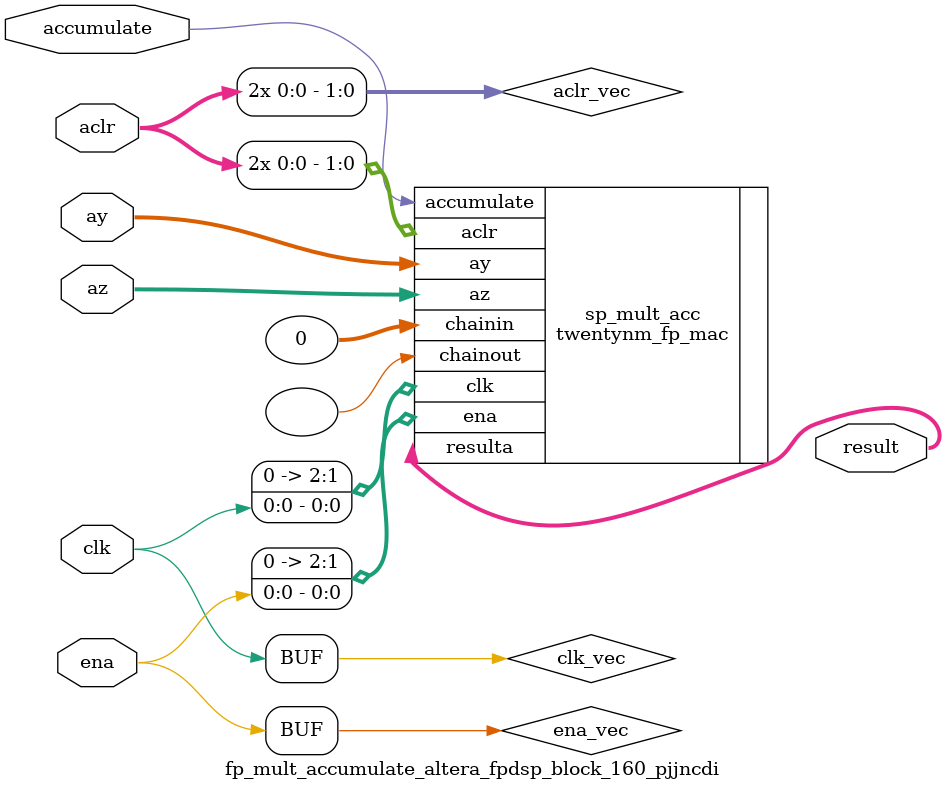
<source format=sv>
module fp_mult_accumulate_altera_fpdsp_block_160_pjjncdi  (
    input  wire                          clk,
    input  wire                          ena,
    input  wire                          aclr,
    input  wire                          accumulate,
    input  wire [31:0]                   ay,
    input  wire [31:0]                   az,
    output wire [31:0]                   result

	);
    wire [1-1:0] clk_vec;
    wire [1-1:0] ena_vec;
    wire [1:0]                   aclr_vec;
    assign clk_vec[0] = clk;
    assign ena_vec[0] = ena;
    assign aclr_vec[1] = aclr;
    assign aclr_vec[0] = aclr;

twentynm_fp_mac  #(
    .ax_clock("NONE"),
    .ay_clock("0"),
    .az_clock("0"),
    .output_clock("0"),
    .accumulate_clock("0"),
    .ax_chainin_pl_clock("NONE"),
    .accum_pipeline_clock("0"),
    .mult_pipeline_clock("0"),
    .adder_input_clock("0"),
    .accum_adder_clock("0"),
    .use_chainin("false"),
    .operation_mode("sp_mult_acc"),
    .adder_subtract("false")
) sp_mult_acc (
    .clk({1'b0,1'b0,clk_vec[0]}),
    .ena({1'b0,1'b0,ena_vec[0]}),
    .aclr(aclr_vec),
    .accumulate(accumulate),
    .ay(ay),
    .az(az),

    .chainin(32'b0),
    .resulta(result),
    .chainout()
);
endmodule


</source>
